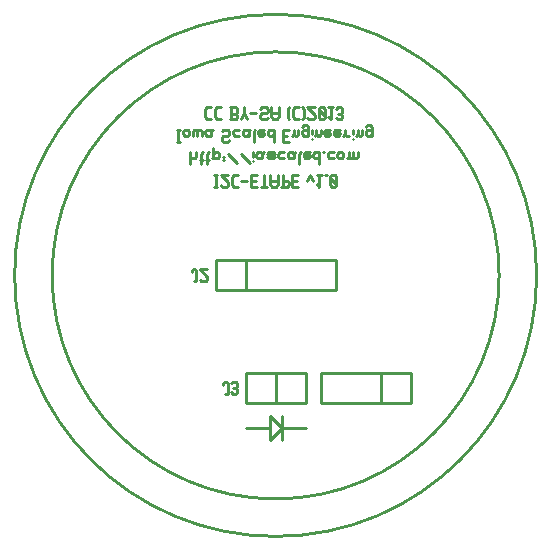
<source format=gbr>
G04 start of page 9 for group -4078 idx -4078 *
G04 Title: (unknown), bottomsilk *
G04 Creator: pcb 20110918 *
G04 CreationDate: Wed 06 Feb 2013 04:02:48 AM GMT UTC *
G04 For: railfan *
G04 Format: Gerber/RS-274X *
G04 PCB-Dimensions: 175000 175000 *
G04 PCB-Coordinate-Origin: lower left *
%MOIN*%
%FSLAX25Y25*%
%LNBOTTOMSILK*%
%ADD51C,0.0100*%
G54D51*X102500Y45000D02*X132500D01*
X85500Y32500D02*Y40500D01*
X89500Y36500D01*
X85500Y32500D01*
X89500D02*Y40500D01*
Y36500D02*X97500D01*
X85500D02*X77500D01*
X132500Y45000D02*Y55000D01*
X102500D01*
Y45000D01*
X122500D02*Y55000D01*
X500Y87500D02*G75*G03X500Y87500I87000J0D01*G01*
X13000Y87500D02*G75*G03X13000Y87500I74500J0D01*G01*
X59000Y124500D02*Y128500D01*
Y127000D02*X59500Y126500D01*
X60500D01*
X61000Y127000D01*
Y128500D01*
X62700Y124500D02*Y128000D01*
X63200Y128500D01*
X62200Y126000D02*X63200D01*
X64700Y124500D02*Y128000D01*
X65200Y128500D01*
X64200Y126000D02*X65200D01*
X66700Y127000D02*Y130000D01*
X66200Y126500D02*X66700Y127000D01*
X67200Y126500D01*
X68200D01*
X68700Y127000D01*
Y128000D01*
X68200Y128500D02*X68700Y128000D01*
X67200Y128500D02*X68200D01*
X66700Y128000D02*X67200Y128500D01*
X69900Y126000D02*X70400D01*
X69900Y127000D02*X70400D01*
X71600Y128000D02*X74600Y125000D01*
X75800Y128000D02*X78800Y125000D01*
X80000Y125500D02*Y125600D01*
Y127000D02*Y128500D01*
X82500Y126500D02*X83000Y127000D01*
X81500Y126500D02*X82500D01*
X81000Y127000D02*X81500Y126500D01*
X81000Y127000D02*Y128000D01*
X81500Y128500D01*
X83000Y126500D02*Y128000D01*
X83500Y128500D01*
X81500D02*X82500D01*
X83000Y128000D01*
X85200Y128500D02*X86700D01*
X87200Y128000D01*
X86700Y127500D02*X87200Y128000D01*
X85200Y127500D02*X86700D01*
X84700Y127000D02*X85200Y127500D01*
X84700Y127000D02*X85200Y126500D01*
X86700D01*
X87200Y127000D01*
X84700Y128000D02*X85200Y128500D01*
X88900Y126500D02*X90400D01*
X88400Y127000D02*X88900Y126500D01*
X88400Y127000D02*Y128000D01*
X88900Y128500D01*
X90400D01*
X93100Y126500D02*X93600Y127000D01*
X92100Y126500D02*X93100D01*
X91600Y127000D02*X92100Y126500D01*
X91600Y127000D02*Y128000D01*
X92100Y128500D01*
X93600Y126500D02*Y128000D01*
X94100Y128500D01*
X92100D02*X93100D01*
X93600Y128000D01*
X95300Y124500D02*Y128000D01*
X95800Y128500D01*
X97300D02*X98800D01*
X96800Y128000D02*X97300Y128500D01*
X96800Y127000D02*Y128000D01*
Y127000D02*X97300Y126500D01*
X98300D01*
X98800Y127000D01*
X96800Y127500D02*X98800D01*
Y127000D02*Y127500D01*
X102000Y124500D02*Y128500D01*
X101500D02*X102000Y128000D01*
X100500Y128500D02*X101500D01*
X100000Y128000D02*X100500Y128500D01*
X100000Y127000D02*Y128000D01*
Y127000D02*X100500Y126500D01*
X101500D01*
X102000Y127000D01*
X103200Y128500D02*X103700D01*
X105400Y126500D02*X106900D01*
X104900Y127000D02*X105400Y126500D01*
X104900Y127000D02*Y128000D01*
X105400Y128500D01*
X106900D01*
X108100Y127000D02*Y128000D01*
Y127000D02*X108600Y126500D01*
X109600D01*
X110100Y127000D01*
Y128000D01*
X109600Y128500D02*X110100Y128000D01*
X108600Y128500D02*X109600D01*
X108100Y128000D02*X108600Y128500D01*
X111800Y127000D02*Y128500D01*
Y127000D02*X112300Y126500D01*
X112800D01*
X113300Y127000D01*
Y128500D01*
Y127000D02*X113800Y126500D01*
X114300D01*
X114800Y127000D01*
Y128500D01*
X111300Y126500D02*X111800Y127000D01*
X64700Y143500D02*X66000D01*
X64000Y142800D02*X64700Y143500D01*
X64000Y140200D02*Y142800D01*
Y140200D02*X64700Y139500D01*
X66000D01*
X67900Y143500D02*X69200D01*
X67200Y142800D02*X67900Y143500D01*
X67200Y140200D02*Y142800D01*
Y140200D02*X67900Y139500D01*
X69200D01*
X72200Y143500D02*X74200D01*
X74700Y143000D01*
Y141800D02*Y143000D01*
X74200Y141300D02*X74700Y141800D01*
X72700Y141300D02*X74200D01*
X72700Y139500D02*Y143500D01*
X72200Y139500D02*X74200D01*
X74700Y140000D01*
Y140800D01*
X74200Y141300D02*X74700Y140800D01*
X75900Y139500D02*X76900Y141500D01*
X77900Y139500D01*
X76900Y141500D02*Y143500D01*
X79100Y141500D02*X81100D01*
X84300Y139500D02*X84800Y140000D01*
X82800Y139500D02*X84300D01*
X82300Y140000D02*X82800Y139500D01*
X82300Y140000D02*Y141000D01*
X82800Y141500D01*
X84300D01*
X84800Y142000D01*
Y143000D01*
X84300Y143500D02*X84800Y143000D01*
X82800Y143500D02*X84300D01*
X82300Y143000D02*X82800Y143500D01*
X86000Y140500D02*Y143500D01*
Y140500D02*X86700Y139500D01*
X87800D01*
X88500Y140500D01*
Y143500D01*
X86000Y141500D02*X88500D01*
X91500Y143000D02*X92000Y143500D01*
X91500Y140000D02*X92000Y139500D01*
X91500Y140000D02*Y143000D01*
X93900Y143500D02*X95200D01*
X93200Y142800D02*X93900Y143500D01*
X93200Y140200D02*Y142800D01*
Y140200D02*X93900Y139500D01*
X95200D01*
X96400D02*X96900Y140000D01*
Y143000D01*
X96400Y143500D02*X96900Y143000D01*
X98100Y140000D02*X98600Y139500D01*
X100100D01*
X100600Y140000D01*
Y141000D01*
X98100Y143500D02*X100600Y141000D01*
X98100Y143500D02*X100600D01*
X101800Y143000D02*X102300Y143500D01*
X101800Y140000D02*Y143000D01*
Y140000D02*X102300Y139500D01*
X103300D01*
X103800Y140000D01*
Y143000D01*
X103300Y143500D02*X103800Y143000D01*
X102300Y143500D02*X103300D01*
X101800Y142500D02*X103800Y140500D01*
X105000Y140300D02*X105800Y139500D01*
Y143500D01*
X105000D02*X106500D01*
X107700Y140000D02*X108200Y139500D01*
X109200D01*
X109700Y140000D01*
X109200Y143500D02*X109700Y143000D01*
X108200Y143500D02*X109200D01*
X107700Y143000D02*X108200Y143500D01*
Y141300D02*X109200D01*
X109700Y140000D02*Y140800D01*
Y141800D02*Y143000D01*
Y141800D02*X109200Y141300D01*
X109700Y140800D02*X109200Y141300D01*
X54500Y132000D02*X55500D01*
X55000D02*Y136000D01*
X54500D02*X55500D01*
X56700Y134500D02*Y135500D01*
Y134500D02*X57200Y134000D01*
X58200D01*
X58700Y134500D01*
Y135500D01*
X58200Y136000D02*X58700Y135500D01*
X57200Y136000D02*X58200D01*
X56700Y135500D02*X57200Y136000D01*
X59900Y134000D02*Y135500D01*
X60400Y136000D01*
X60900D01*
X61400Y135500D01*
Y134000D02*Y135500D01*
X61900Y136000D01*
X62400D01*
X62900Y135500D01*
Y134000D02*Y135500D01*
X65600Y134000D02*X66100Y134500D01*
X64600Y134000D02*X65600D01*
X64100Y134500D02*X64600Y134000D01*
X64100Y134500D02*Y135500D01*
X64600Y136000D01*
X66100Y134000D02*Y135500D01*
X66600Y136000D01*
X64600D02*X65600D01*
X66100Y135500D01*
X71600Y132000D02*X72100Y132500D01*
X70100Y132000D02*X71600D01*
X69600Y132500D02*X70100Y132000D01*
X69600Y132500D02*Y133500D01*
X70100Y134000D01*
X71600D01*
X72100Y134500D01*
Y135500D01*
X71600Y136000D02*X72100Y135500D01*
X70100Y136000D02*X71600D01*
X69600Y135500D02*X70100Y136000D01*
X73800Y134000D02*X75300D01*
X73300Y134500D02*X73800Y134000D01*
X73300Y134500D02*Y135500D01*
X73800Y136000D01*
X75300D01*
X78000Y134000D02*X78500Y134500D01*
X77000Y134000D02*X78000D01*
X76500Y134500D02*X77000Y134000D01*
X76500Y134500D02*Y135500D01*
X77000Y136000D01*
X78500Y134000D02*Y135500D01*
X79000Y136000D01*
X77000D02*X78000D01*
X78500Y135500D01*
X80200Y132000D02*Y135500D01*
X80700Y136000D01*
X82200D02*X83700D01*
X81700Y135500D02*X82200Y136000D01*
X81700Y134500D02*Y135500D01*
Y134500D02*X82200Y134000D01*
X83200D01*
X83700Y134500D01*
X81700Y135000D02*X83700D01*
Y134500D02*Y135000D01*
X86900Y132000D02*Y136000D01*
X86400D02*X86900Y135500D01*
X85400Y136000D02*X86400D01*
X84900Y135500D02*X85400Y136000D01*
X84900Y134500D02*Y135500D01*
Y134500D02*X85400Y134000D01*
X86400D01*
X86900Y134500D01*
X89900Y133800D02*X91400D01*
X89900Y136000D02*X91900D01*
X89900Y132000D02*Y136000D01*
Y132000D02*X91900D01*
X93600Y134500D02*Y136000D01*
Y134500D02*X94100Y134000D01*
X94600D01*
X95100Y134500D01*
Y136000D01*
X93100Y134000D02*X93600Y134500D01*
X97800Y134000D02*X98300Y134500D01*
X96800Y134000D02*X97800D01*
X96300Y134500D02*X96800Y134000D01*
X96300Y134500D02*Y135500D01*
X96800Y136000D01*
X97800D01*
X98300Y135500D01*
X96300Y137000D02*X96800Y137500D01*
X97800D01*
X98300Y137000D01*
Y134000D02*Y137000D01*
X99500Y133000D02*Y133100D01*
Y134500D02*Y136000D01*
X101000Y134500D02*Y136000D01*
Y134500D02*X101500Y134000D01*
X102000D01*
X102500Y134500D01*
Y136000D01*
X100500Y134000D02*X101000Y134500D01*
X104200Y136000D02*X105700D01*
X103700Y135500D02*X104200Y136000D01*
X103700Y134500D02*Y135500D01*
Y134500D02*X104200Y134000D01*
X105200D01*
X105700Y134500D01*
X103700Y135000D02*X105700D01*
Y134500D02*Y135000D01*
X107400Y136000D02*X108900D01*
X106900Y135500D02*X107400Y136000D01*
X106900Y134500D02*Y135500D01*
Y134500D02*X107400Y134000D01*
X108400D01*
X108900Y134500D01*
X106900Y135000D02*X108900D01*
Y134500D02*Y135000D01*
X110600Y134500D02*Y136000D01*
Y134500D02*X111100Y134000D01*
X112100D01*
X110100D02*X110600Y134500D01*
X113300Y133000D02*Y133100D01*
Y134500D02*Y136000D01*
X114800Y134500D02*Y136000D01*
Y134500D02*X115300Y134000D01*
X115800D01*
X116300Y134500D01*
Y136000D01*
X114300Y134000D02*X114800Y134500D01*
X119000Y134000D02*X119500Y134500D01*
X118000Y134000D02*X119000D01*
X117500Y134500D02*X118000Y134000D01*
X117500Y134500D02*Y135500D01*
X118000Y136000D01*
X119000D01*
X119500Y135500D01*
X117500Y137000D02*X118000Y137500D01*
X119000D01*
X119500Y137000D01*
Y134000D02*Y137000D01*
X67000Y117000D02*X68000D01*
X67500D02*Y121000D01*
X67000D02*X68000D01*
X69200Y117500D02*X69700Y117000D01*
X71200D01*
X71700Y117500D01*
Y118500D01*
X69200Y121000D02*X71700Y118500D01*
X69200Y121000D02*X71700D01*
X73600D02*X74900D01*
X72900Y120300D02*X73600Y121000D01*
X72900Y117700D02*Y120300D01*
Y117700D02*X73600Y117000D01*
X74900D01*
X76100Y119000D02*X78100D01*
X79300Y118800D02*X80800D01*
X79300Y121000D02*X81300D01*
X79300Y117000D02*Y121000D01*
Y117000D02*X81300D01*
X82500D02*X84500D01*
X83500D02*Y121000D01*
X85700Y118000D02*Y121000D01*
Y118000D02*X86400Y117000D01*
X87500D01*
X88200Y118000D01*
Y121000D01*
X85700Y119000D02*X88200D01*
X89900Y117000D02*Y121000D01*
X89400Y117000D02*X91400D01*
X91900Y117500D01*
Y118500D01*
X91400Y119000D02*X91900Y118500D01*
X89900Y119000D02*X91400D01*
X93100Y118800D02*X94600D01*
X93100Y121000D02*X95100D01*
X93100Y117000D02*Y121000D01*
Y117000D02*X95100D01*
X98100Y119000D02*X99100Y121000D01*
X100100Y119000D02*X99100Y121000D01*
X101300Y117800D02*X102100Y117000D01*
Y121000D01*
X101300D02*X102800D01*
X104000D02*X104500D01*
X105700Y120500D02*X106200Y121000D01*
X105700Y117500D02*Y120500D01*
Y117500D02*X106200Y117000D01*
X107200D01*
X107700Y117500D01*
Y120500D01*
X107200Y121000D02*X107700Y120500D01*
X106200Y121000D02*X107200D01*
X105700Y120000D02*X107700Y118000D01*
X67500Y92500D02*X107500D01*
Y82500D01*
X67500D02*X107500D01*
X67500Y92500D02*Y82500D01*
X77500Y92500D02*Y82500D01*
X67500D02*X77500D01*
Y55000D02*X97500D01*
Y45000D01*
X77500D02*X97500D01*
X77500Y55000D02*Y45000D01*
X87500Y55000D02*Y45000D01*
X77500D02*X87500D01*
X70700Y48000D02*X71500D01*
Y51500D01*
X71000Y52000D02*X71500Y51500D01*
X70500Y52000D02*X71000D01*
X70000Y51500D02*X70500Y52000D01*
X70000Y51000D02*Y51500D01*
X72700Y48500D02*X73200Y48000D01*
X74200D01*
X74700Y48500D01*
X74200Y52000D02*X74700Y51500D01*
X73200Y52000D02*X74200D01*
X72700Y51500D02*X73200Y52000D01*
Y49800D02*X74200D01*
X74700Y48500D02*Y49300D01*
Y50300D02*Y51500D01*
Y50300D02*X74200Y49800D01*
X74700Y49300D02*X74200Y49800D01*
X60200Y85500D02*X61000D01*
Y89000D01*
X60500Y89500D02*X61000Y89000D01*
X60000Y89500D02*X60500D01*
X59500Y89000D02*X60000Y89500D01*
X59500Y88500D02*Y89000D01*
X62200Y86000D02*X62700Y85500D01*
X64200D01*
X64700Y86000D01*
Y87000D01*
X62200Y89500D02*X64700Y87000D01*
X62200Y89500D02*X64700D01*
M02*

</source>
